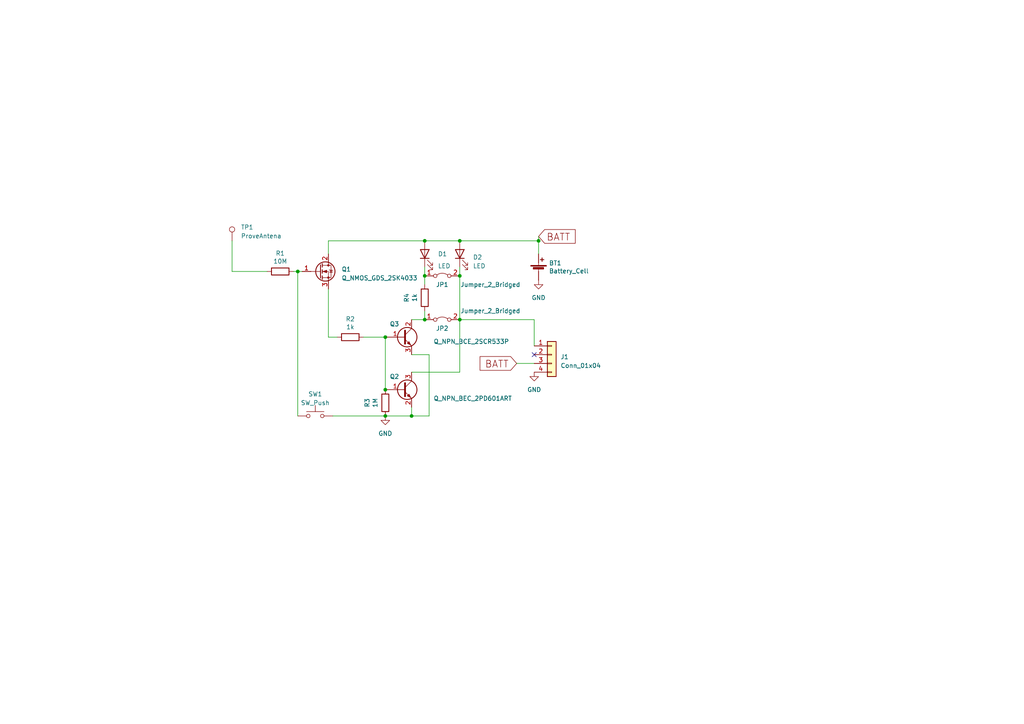
<source format=kicad_sch>
(kicad_sch (version 20230121) (generator eeschema)
  (paper "A4")
  (lib_symbols
    (symbol "Connector:TestPoint" (pin_numbers hide) (pin_names (offset 0.762) hide)
      (property "Reference" "TP" (at 0 6.858 0))
      (property "Value" "TestPoint" (at 0 5.08 0))
      (symbol "TestPoint_0_1"
        (circle (center 0 3.302) (radius 0.762))
      )
      (symbol "TestPoint_1_1"
        (pin passive line (at 0 0 90) (length 2.54) (name "1") (number "1"))
      )
    )
    (symbol "Connector_Generic:Conn_01x04" (pin_names (offset 1.016) hide)
      (property "Reference" "J" (at 0 5.08 0))
      (property "Value" "Conn_01x04" (at 0 -7.62 0))
      (symbol "Conn_01x04_1_1"
        (rectangle (start -1.27 -4.953) (end 0 -5.207) (stroke (width 0.1524)))
        (rectangle (start -1.27 -2.413) (end 0 -2.667) (stroke (width 0.1524)))
        (rectangle (start -1.27 0.127) (end 0 -0.127) (stroke (width 0.1524)))
        (rectangle (start -1.27 2.667) (end 0 2.413) (stroke (width 0.1524)))
        (rectangle (start -1.27 3.81) (end 1.27 -6.35) (stroke (width 0.254)) (fill (type background)))
        (pin passive line (at -5.08 2.54 0) (length 3.81) (name "Pin_1") (number "1"))
        (pin passive line (at -5.08 0 0) (length 3.81) (name "Pin_2") (number "2"))
        (pin passive line (at -5.08 -2.54 0) (length 3.81) (name "Pin_3") (number "3"))
        (pin passive line (at -5.08 -5.08 0) (length 3.81) (name "Pin_4") (number "4"))
      )
    )
    (symbol "Device:Battery_Cell" (pin_numbers hide) (pin_names (offset 0) hide)
      (property "Reference" "BT" (at 2.54 2.54 0))
      (property "Value" "Battery_Cell" (at 2.54 0 0))
      (symbol "Battery_Cell_0_1"
        (rectangle (start -2.286 1.778) (end 2.286 1.524) (fill (type outline)))
        (rectangle (start -1.5748 1.1938) (end 1.4732 0.6858) (fill (type outline)))
        (polyline (pts (xy 0 0.762) (xy 0 0)))
        (polyline (pts (xy 0 1.778) (xy 0 2.54)))
        (polyline (pts (xy 0.508 3.429) (xy 1.524 3.429)) (stroke (width 0.254)))
        (polyline (pts (xy 1.016 3.937) (xy 1.016 2.921)) (stroke (width 0.254)))
      )
      (symbol "Battery_Cell_1_1"
        (pin passive line (at 0 5.08 270) (length 2.54) (name "+") (number "1"))
        (pin passive line (at 0 -2.54 90) (length 2.54) (name "-") (number "2"))
      )
    )
    (symbol "Device:LED" (pin_numbers hide) (pin_names (offset 1.016) hide)
      (property "Reference" "D" (at 0 2.54 0))
      (property "Value" "LED" (at 0 -2.54 0))
      (symbol "LED_0_1"
        (polyline (pts (xy -1.27 -1.27) (xy -1.27 1.27)) (stroke (width 0.254)))
        (polyline (pts (xy -1.27 0) (xy 1.27 0)))
        (polyline (pts (xy 1.27 -1.27) (xy 1.27 1.27) (xy -1.27 0) (xy 1.27 -1.27)) (stroke (width 0.254)))
        (polyline (pts (xy -3.048 -0.762) (xy -4.572 -2.286) (xy -3.81 -2.286) (xy -4.572 -2.286) (xy -4.572 -1.524)))
        (polyline (pts (xy -1.778 -0.762) (xy -3.302 -2.286) (xy -2.54 -2.286) (xy -3.302 -2.286) (xy -3.302 -1.524)))
      )
      (symbol "LED_1_1"
        (pin passive line (at -3.81 0 0) (length 2.54) (name "K") (number "1"))
        (pin passive line (at 3.81 0 180) (length 2.54) (name "A") (number "2"))
      )
    )
    (symbol "Device:Q_NMOS_GDS" (pin_names (offset 0) hide)
      (property "Reference" "Q" (at 5.08 1.27 0))
      (property "Value" "Q_NMOS_GDS" (at 5.08 -1.27 0))
      (symbol "Q_NMOS_GDS_0_1"
        (polyline (pts (xy 0.254 0) (xy -2.54 0)))
        (polyline (pts (xy 0.254 1.905) (xy 0.254 -1.905)) (stroke (width 0.254)))
        (polyline (pts (xy 0.762 -1.27) (xy 0.762 -2.286)) (stroke (width 0.254)))
        (polyline (pts (xy 0.762 0.508) (xy 0.762 -0.508)) (stroke (width 0.254)))
        (polyline (pts (xy 0.762 2.286) (xy 0.762 1.27)) (stroke (width 0.254)))
        (polyline (pts (xy 2.54 2.54) (xy 2.54 1.778)))
        (polyline (pts (xy 2.54 -2.54) (xy 2.54 0) (xy 0.762 0)))
        (polyline (pts (xy 0.762 -1.778) (xy 3.302 -1.778) (xy 3.302 1.778) (xy 0.762 1.778)))
        (polyline (pts (xy 1.016 0) (xy 2.032 0.381) (xy 2.032 -0.381) (xy 1.016 0)) (fill (type outline)))
        (polyline (pts (xy 2.794 0.508) (xy 2.921 0.381) (xy 3.683 0.381) (xy 3.81 0.254)))
        (polyline (pts (xy 3.302 0.381) (xy 2.921 -0.254) (xy 3.683 -0.254) (xy 3.302 0.381)))
        (circle (center 1.651 0) (radius 2.794) (stroke (width 0.254)))
        (circle (center 2.54 -1.778) (radius 0.254) (fill (type outline)))
        (circle (center 2.54 1.778) (radius 0.254) (fill (type outline)))
      )
      (symbol "Q_NMOS_GDS_1_1"
        (pin input line (at -5.08 0 0) (length 2.54) (name "G") (number "1"))
        (pin passive line (at 2.54 5.08 270) (length 2.54) (name "D") (number "2"))
        (pin passive line (at 2.54 -5.08 90) (length 2.54) (name "S") (number "3"))
      )
    )
    (symbol "Device:Q_NPN_BCE" (pin_names (offset 0) hide)
      (property "Reference" "Q" (at 5.08 1.27 0))
      (property "Value" "Q_NPN_BCE" (at 5.08 -1.27 0))
      (symbol "Q_NPN_BCE_0_1"
        (polyline (pts (xy 0.635 0.635) (xy 2.54 2.54)))
        (polyline (pts (xy 0.635 -0.635) (xy 2.54 -2.54) (xy 2.54 -2.54)))
        (polyline (pts (xy 0.635 1.905) (xy 0.635 -1.905) (xy 0.635 -1.905)) (stroke (width 0.508)))
        (polyline (pts (xy 1.27 -1.778) (xy 1.778 -1.27) (xy 2.286 -2.286) (xy 1.27 -1.778) (xy 1.27 -1.778)) (fill (type outline)))
        (circle (center 1.27 0) (radius 2.8194) (stroke (width 0.254)))
      )
      (symbol "Q_NPN_BCE_1_1"
        (pin input line (at -5.08 0 0) (length 5.715) (name "B") (number "1"))
        (pin passive line (at 2.54 5.08 270) (length 2.54) (name "C") (number "2"))
        (pin passive line (at 2.54 -5.08 90) (length 2.54) (name "E") (number "3"))
      )
    )
    (symbol "Device:Q_NPN_BEC" (pin_names (offset 0) hide)
      (property "Reference" "Q" (at 5.08 1.27 0))
      (property "Value" "Q_NPN_BEC" (at 5.08 -1.27 0))
      (symbol "Q_NPN_BEC_0_1"
        (polyline (pts (xy 0.635 0.635) (xy 2.54 2.54)))
        (polyline (pts (xy 0.635 -0.635) (xy 2.54 -2.54) (xy 2.54 -2.54)))
        (polyline (pts (xy 0.635 1.905) (xy 0.635 -1.905) (xy 0.635 -1.905)) (stroke (width 0.508)))
        (polyline (pts (xy 1.27 -1.778) (xy 1.778 -1.27) (xy 2.286 -2.286) (xy 1.27 -1.778) (xy 1.27 -1.778)) (fill (type outline)))
        (circle (center 1.27 0) (radius 2.8194) (stroke (width 0.254)))
      )
      (symbol "Q_NPN_BEC_1_1"
        (pin input line (at -5.08 0 0) (length 5.715) (name "B") (number "1"))
        (pin passive line (at 2.54 -5.08 90) (length 2.54) (name "E") (number "2"))
        (pin passive line (at 2.54 5.08 270) (length 2.54) (name "C") (number "3"))
      )
    )
    (symbol "Device:R" (pin_numbers hide) (pin_names (offset 0))
      (property "Reference" "R" (at 2.032 0 90))
      (property "Value" "R" (at 0 0 90))
      (symbol "R_0_1"
        (rectangle (start -1.016 -2.54) (end 1.016 2.54) (stroke (width 0.254)))
      )
      (symbol "R_1_1"
        (pin passive line (at 0 3.81 270) (length 1.27) (name "~") (number "1"))
        (pin passive line (at 0 -3.81 90) (length 1.27) (name "~") (number "2"))
      )
    )
    (symbol "Jumper:Jumper_2_Bridged" (pin_names (offset 0) hide)
      (property "Reference" "JP" (at 0 1.905 0))
      (property "Value" "Jumper_2_Bridged" (at 0 -2.54 0))
      (symbol "Jumper_2_Bridged_0_0"
        (circle (center -2.032 0) (radius 0.508))
        (circle (center 2.032 0) (radius 0.508))
      )
      (symbol "Jumper_2_Bridged_0_1"
        (arc (start 1.524 0.254) (mid 0 0.762) (end -1.524 0.254))
      )
      (symbol "Jumper_2_Bridged_1_1"
        (pin passive line (at -5.08 0 0) (length 2.54) (name "A") (number "1"))
        (pin passive line (at 5.08 0 180) (length 2.54) (name "B") (number "2"))
      )
    )
    (symbol "Switch:SW_Push" (pin_numbers hide) (pin_names (offset 1.016) hide)
      (property "Reference" "SW" (at 1.27 2.54 0))
      (property "Value" "SW_Push" (at 0 -1.524 0))
      (symbol "SW_Push_0_1"
        (circle (center -2.032 0) (radius 0.508))
        (polyline (pts (xy 0 1.27) (xy 0 3.048)))
        (polyline (pts (xy 2.54 1.27) (xy -2.54 1.27)))
        (circle (center 2.032 0) (radius 0.508))
        (pin passive line (at -5.08 0 0) (length 2.54) (name "1") (number "1"))
        (pin passive line (at 5.08 0 180) (length 2.54) (name "2") (number "2"))
      )
    )
    (symbol "power:GND" (power) (pin_names (offset 0))
      (property "Value" "GND" (at 0 -3.81 0))
      (symbol "GND_0_1"
        (polyline (pts (xy 0 0) (xy 0 -1.27) (xy 1.27 -1.27) (xy 0 -2.54) (xy -1.27 -1.27) (xy 0 -1.27)))
      )
      (symbol "GND_1_1"
        (pin power_in line (at 0 0 270) (length 0) hide (name "GND") (number "1"))
      )
    )
  )
  (junction (at 123.19 80.01))
  (junction (at 86.36 78.74))
  (junction (at 111.76 120.65))
  (junction (at 119.38 120.65))
  (junction (at 123.19 92.71))
  (junction (at 133.35 69.85))
  (junction (at 133.35 92.71))
  (junction (at 111.76 113.03))
  (junction (at 111.76 97.79))
  (junction (at 156.21 69.85))
  (junction (at 133.35 80.01))
  (junction (at 123.19 69.85))
  (no_connect (at 154.94 102.87))
  (wire (pts (xy 133.35 69.85) (xy 156.21 69.85)))
  (wire (pts (xy 67.31 78.74) (xy 77.47 78.74)))
  (wire (pts (xy 85.09 78.74) (xy 86.36 78.74)))
  (wire (pts (xy 133.35 77.47) (xy 133.35 80.01)))
  (wire (pts (xy 149.86 105.41) (xy 154.94 105.41)))
  (wire (pts (xy 86.36 78.74) (xy 86.36 120.65)))
  (wire (pts (xy 111.76 120.65) (xy 119.38 120.65)))
  (wire (pts (xy 133.35 92.71) (xy 154.94 92.71)))
  (wire (pts (xy 124.46 120.65) (xy 119.38 120.65)))
  (wire (pts (xy 95.25 69.85) (xy 123.19 69.85)))
  (wire (pts (xy 119.38 118.11) (xy 119.38 120.65)))
  (wire (pts (xy 119.38 107.95) (xy 133.35 107.95)))
  (wire (pts (xy 123.19 92.71) (xy 119.38 92.71)))
  (wire (pts (xy 67.31 69.85) (xy 67.31 78.74)))
  (wire (pts (xy 133.35 80.01) (xy 133.35 92.71)))
  (wire (pts (xy 111.76 113.03) (xy 111.76 97.79)))
  (wire (pts (xy 123.19 69.85) (xy 133.35 69.85)))
  (wire (pts (xy 124.46 102.87) (xy 119.38 102.87)))
  (wire (pts (xy 95.25 73.66) (xy 95.25 69.85)))
  (wire (pts (xy 111.76 97.79) (xy 105.41 97.79)))
  (wire (pts (xy 123.19 80.01) (xy 123.19 82.55)))
  (wire (pts (xy 123.19 77.47) (xy 123.19 80.01)))
  (wire (pts (xy 133.35 92.71) (xy 133.35 107.95)))
  (wire (pts (xy 123.19 90.17) (xy 123.19 92.71)))
  (wire (pts (xy 97.79 97.79) (xy 95.25 97.79)))
  (wire (pts (xy 156.21 69.85) (xy 156.21 73.66)))
  (wire (pts (xy 154.94 92.71) (xy 154.94 100.33)))
  (wire (pts (xy 124.46 102.87) (xy 124.46 120.65)))
  (wire (pts (xy 86.36 78.74) (xy 87.63 78.74)))
  (wire (pts (xy 95.25 97.79) (xy 95.25 83.82)))
  (wire (pts (xy 96.52 120.65) (xy 111.76 120.65)))
  (wire (pts (xy 156.21 69.85) (xy 156.21 68.58)))
  (global_label "BATT" (shape input) (at 149.86 105.41 180) (effects (font (size 2.0066 2.0066))) (property "Intersheetrefs" "${INTERSHEET_REFS}" (effects hide)))
  (global_label "BATT" (shape input) (at 156.21 68.58 0) (effects (font (size 2.0066 2.0066))) (property "Intersheetrefs" "${INTERSHEET_REFS}" (effects hide)))
  (symbol (lib_id "Device:R") (at 81.28 78.74 270) (unit 1)
    (property "Reference" "R1" (at 81.28 73.4822 90))
    (property "Value" "10M" (at 81.28 75.7936 90))
    (property "Footprint" "Resistor_SMD:R_1206_3216Metric" (effects hide))
  )
  (symbol (lib_id "Device:Battery_Cell") (at 156.21 78.74 0) (unit 1)
    (property "Reference" "BT1" (at 159.2072 76.3016 0) (effects (justify left)))
    (property "Value" "Battery_Cell" (at 159.2072 78.613 0) (effects (justify left)))
    (property "Footprint" "Battery:BatteryHolder_Keystone_3008_1x2450" (effects hide))
  )
  (symbol (lib_id "power:GND") (at 156.21 81.28 0) (unit 1)
    (property "Reference" "#PWR0102" (effects hide))
    (property "Value" "GND" (at 156.21 86.36 0))
  )
  (symbol (lib_id "Connector_Generic:Conn_01x04") (at 160.02 102.87 0) (unit 1)
    (property "Reference" "J1" (at 162.56 103.505 0) (effects (justify left)))
    (property "Value" "Conn_01x04" (at 162.56 106.045 0) (effects (justify left)))
    (property "Footprint" "Connector_JST:JST_PH_B4B-PH-K_1x04_P2.00mm_Vertical" (effects hide))
  )
  (symbol (lib_id "Device:R") (at 101.6 97.79 270) (unit 1)
    (property "Reference" "R2" (at 101.6 92.5322 90))
    (property "Value" "1k" (at 101.6 94.8436 90))
    (property "Footprint" "Resistor_SMD:R_1206_3216Metric" (effects hide))
  )
  (symbol (lib_id "Device:R") (at 111.76 116.84 0) (unit 1)
    (property "Reference" "R3" (at 106.5022 116.84 90))
    (property "Value" "1M" (at 108.8136 116.84 90))
    (property "Footprint" "Resistor_SMD:R_1206_3216Metric" (effects hide))
  )
  (symbol (lib_id "Device:Q_NPN_BCE") (at 116.84 97.79 0) (unit 1)
    (property "Reference" "Q3" (at 113.03 93.98 0) (effects (justify left)))
    (property "Value" "Q_NPN_BCE_2SCR533P" (at 125.73 99.06 0) (effects (justify left)))
    (property "Footprint" "Package_TO_SOT_SMD:SOT-89-3" (effects hide))
  )
  (symbol (lib_id "Device:Q_NPN_BEC") (at 116.84 113.03 0) (unit 1)
    (property "Reference" "Q2" (at 113.03 109.22 0) (effects (justify left)))
    (property "Value" "Q_NPN_BEC_2PD601ART" (at 125.73 115.57 0) (effects (justify left)))
    (property "Footprint" "Package_TO_SOT_SMD:SOT-23W" (effects hide))
  )
  (symbol (lib_id "Device:R") (at 123.19 86.36 0) (unit 1)
    (property "Reference" "R4" (at 117.9322 86.36 90))
    (property "Value" "1k" (at 120.2436 86.36 90))
    (property "Footprint" "Resistor_SMD:R_1206_3216Metric" (effects hide))
  )
  (symbol (lib_id "Device:LED") (at 123.19 73.66 90) (unit 1)
    (property "Reference" "D1" (at 127 73.66 90) (effects (justify right)))
    (property "Value" "LED" (at 127 77.1525 90) (effects (justify right)))
    (property "Footprint" "LED_SMD:LED_1206_3216Metric" (effects hide))
  )
  (symbol (lib_id "Connector:TestPoint") (at 67.31 69.85 0) (unit 1)
    (property "Reference" "TP1" (at 69.85 65.913 0) (effects (justify left)))
    (property "Value" "ProveAntena" (at 69.85 68.453 0) (effects (justify left)))
    (property "Footprint" "TestPoint:TestPoint_Pad_D4.0mm" (effects hide))
  )
  (symbol (lib_id "Switch:SW_Push") (at 91.44 120.65 0) (mirror y) (unit 1)
    (property "Reference" "SW1" (at 91.44 114.3 0))
    (property "Value" "SW_Push" (at 91.44 116.84 0))
    (property "Footprint" "Button_Switch_SMD:SW_SPST_EVQQ2" (effects hide))
  )
  (symbol (lib_id "Device:LED") (at 133.35 73.66 90) (unit 1)
    (property "Reference" "D2" (at 137.16 74.6125 90) (effects (justify right)))
    (property "Value" "LED" (at 137.16 77.1525 90) (effects (justify right)))
    (property "Footprint" "LED_SMD:LED_1206_3216Metric" (effects hide))
  )
  (symbol (lib_id "Device:Q_NMOS_GDS") (at 92.71 78.74 0) (unit 1)
    (property "Reference" "Q1" (at 99.06 78.105 0) (effects (justify left)))
    (property "Value" "Q_NMOS_GDS_2SK4033" (at 99.06 80.645 0) (effects (justify left)))
    (property "Footprint" "Package_TO_SOT_SMD:TO-252-2" (effects hide))
  )
  (symbol (lib_id "Jumper:Jumper_2_Bridged") (at 128.27 92.71 0) (unit 1)
    (property "Reference" "JP2" (at 128.27 95.25 0))
    (property "Value" "Jumper_2_Bridged" (at 142.24 90.17 0))
    (property "Footprint" "Jumper:SolderJumper-2_P1.3mm_Bridged_RoundedPad1.0x1.5mm" (effects hide))
  )
  (symbol (lib_id "power:GND") (at 154.94 107.95 0) (unit 1)
    (property "Reference" "#PWR02" (effects hide))
    (property "Value" "GND" (at 154.94 113.03 0))
  )
  (symbol (lib_id "power:GND") (at 111.76 120.65 0) (unit 1)
    (property "Reference" "#PWR01" (effects hide))
    (property "Value" "GND" (at 111.76 125.73 0))
  )
  (symbol (lib_id "Jumper:Jumper_2_Bridged") (at 128.27 80.01 0) (unit 1)
    (property "Reference" "JP1" (at 128.27 82.55 0))
    (property "Value" "Jumper_2_Bridged" (at 142.24 82.55 0))
    (property "Footprint" "Jumper:SolderJumper-2_P1.3mm_Bridged_RoundedPad1.0x1.5mm" (effects hide))
  )
)
</source>
